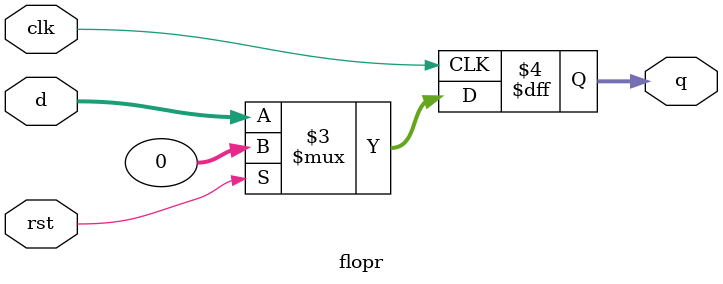
<source format=v>
module flopr(clk, rst, d, q);
	parameter width = 32;
	
	input clk;
	input rst;
	input [width - 1:0] d;
	output reg [width - 1:0] q;
	
	always@(posedge clk)
		begin
		q <= (rst == 1) ? 0 : d;
		end
endmodule
</source>
